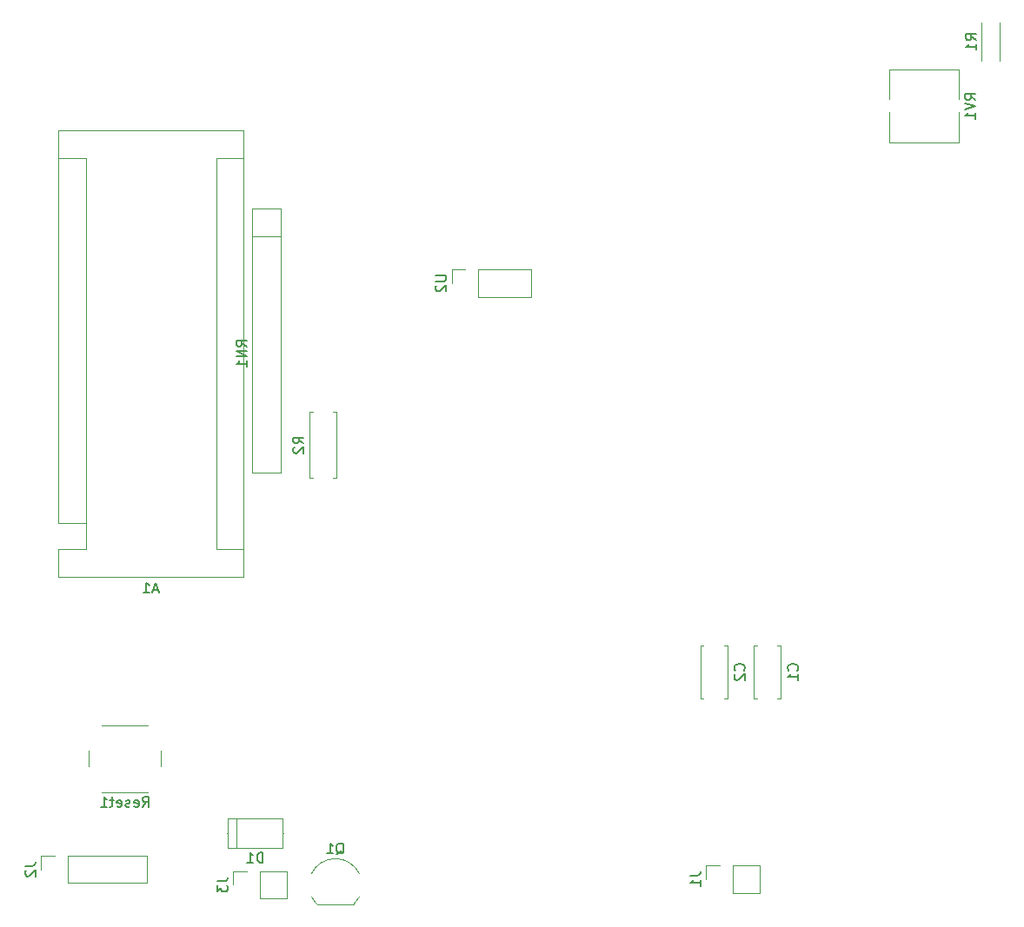
<source format=gbr>
G04 #@! TF.FileFunction,Legend,Bot*
%FSLAX46Y46*%
G04 Gerber Fmt 4.6, Leading zero omitted, Abs format (unit mm)*
G04 Created by KiCad (PCBNEW 4.0.7) date 12/06/18 02:32:05*
%MOMM*%
%LPD*%
G01*
G04 APERTURE LIST*
%ADD10C,0.100000*%
%ADD11C,0.120000*%
%ADD12C,0.150000*%
G04 APERTURE END LIST*
D10*
D11*
X37620000Y-81180000D02*
X37620000Y-83720000D01*
X37620000Y-83720000D02*
X34950000Y-83720000D01*
X34950000Y-81180000D02*
X34950000Y-42950000D01*
X34950000Y-86390000D02*
X34950000Y-83720000D01*
X50320000Y-83720000D02*
X52990000Y-83720000D01*
X50320000Y-83720000D02*
X50320000Y-45620000D01*
X50320000Y-45620000D02*
X52990000Y-45620000D01*
X37620000Y-81180000D02*
X34950000Y-81180000D01*
X37620000Y-81180000D02*
X37620000Y-45620000D01*
X37620000Y-45620000D02*
X34950000Y-45620000D01*
X34950000Y-42950000D02*
X52990000Y-42950000D01*
X52990000Y-42950000D02*
X52990000Y-86390000D01*
X52990000Y-86390000D02*
X34950000Y-86390000D01*
X124890000Y-32430000D02*
X124890000Y-36150000D01*
X126610000Y-32430000D02*
X126610000Y-36150000D01*
X39200000Y-100900000D02*
X43700000Y-100900000D01*
X37950000Y-104900000D02*
X37950000Y-103400000D01*
X43700000Y-107400000D02*
X39200000Y-107400000D01*
X44950000Y-103400000D02*
X44950000Y-104900000D01*
X53850000Y-50510000D02*
X56650000Y-50510000D01*
X56650000Y-50510000D02*
X56650000Y-76250000D01*
X56650000Y-76250000D02*
X53850000Y-76250000D01*
X53850000Y-76250000D02*
X53850000Y-50510000D01*
X53850000Y-53220000D02*
X56650000Y-53220000D01*
X122650000Y-44120000D02*
X122650000Y-41111000D01*
X122650000Y-39889000D02*
X122650000Y-37000000D01*
X115930000Y-44120000D02*
X115930000Y-41111000D01*
X115930000Y-39889000D02*
X115930000Y-37000000D01*
X122650000Y-44120000D02*
X115930000Y-44120000D01*
X122650000Y-37000000D02*
X115930000Y-37000000D01*
X81010000Y-56470000D02*
X81010000Y-59130000D01*
X75870000Y-56470000D02*
X81010000Y-56470000D01*
X75870000Y-59130000D02*
X81010000Y-59130000D01*
X75870000Y-56470000D02*
X75870000Y-59130000D01*
X74600000Y-56470000D02*
X73270000Y-56470000D01*
X73270000Y-56470000D02*
X73270000Y-57800000D01*
X105310000Y-98260000D02*
X105310000Y-93140000D01*
X102690000Y-98260000D02*
X102690000Y-93140000D01*
X105310000Y-98260000D02*
X104996000Y-98260000D01*
X103004000Y-98260000D02*
X102690000Y-98260000D01*
X105310000Y-93140000D02*
X104996000Y-93140000D01*
X103004000Y-93140000D02*
X102690000Y-93140000D01*
X100110000Y-98260000D02*
X100110000Y-93140000D01*
X97490000Y-98260000D02*
X97490000Y-93140000D01*
X100110000Y-98260000D02*
X99796000Y-98260000D01*
X97804000Y-98260000D02*
X97490000Y-98260000D01*
X100110000Y-93140000D02*
X99796000Y-93140000D01*
X97804000Y-93140000D02*
X97490000Y-93140000D01*
X51473750Y-112820750D02*
X51473750Y-110000750D01*
X51473750Y-110000750D02*
X56793750Y-110000750D01*
X56793750Y-110000750D02*
X56793750Y-112820750D01*
X56793750Y-112820750D02*
X51473750Y-112820750D01*
X51403750Y-111410750D02*
X51473750Y-111410750D01*
X56863750Y-111410750D02*
X56793750Y-111410750D01*
X52313750Y-112820750D02*
X52313750Y-110000750D01*
X57178250Y-115097250D02*
X57178250Y-117757250D01*
X54578250Y-115097250D02*
X57178250Y-115097250D01*
X54578250Y-117757250D02*
X57178250Y-117757250D01*
X54578250Y-115097250D02*
X54578250Y-117757250D01*
X53308250Y-115097250D02*
X51978250Y-115097250D01*
X51978250Y-115097250D02*
X51978250Y-116427250D01*
X59726000Y-70386500D02*
X59396000Y-70386500D01*
X59396000Y-70386500D02*
X59396000Y-76806500D01*
X59396000Y-76806500D02*
X59726000Y-76806500D01*
X61686000Y-70386500D02*
X62016000Y-70386500D01*
X62016000Y-70386500D02*
X62016000Y-76806500D01*
X62016000Y-76806500D02*
X61686000Y-76806500D01*
X63744250Y-118340750D02*
X60144250Y-118340750D01*
X64268434Y-117613545D02*
G75*
G02X63744250Y-118340750I-2324184J1122795D01*
G01*
X64300650Y-115391943D02*
G75*
G03X61944250Y-113890750I-2356400J-1098807D01*
G01*
X59587850Y-115391943D02*
G75*
G02X61944250Y-113890750I2356400J-1098807D01*
G01*
X59620066Y-117613545D02*
G75*
G03X60144250Y-118340750I2324184J1122795D01*
G01*
X43557500Y-113605000D02*
X43557500Y-116265000D01*
X35877500Y-113605000D02*
X43557500Y-113605000D01*
X35877500Y-116265000D02*
X43557500Y-116265000D01*
X35877500Y-113605000D02*
X35877500Y-116265000D01*
X34607500Y-113605000D02*
X33277500Y-113605000D01*
X33277500Y-113605000D02*
X33277500Y-114935000D01*
X100647500Y-114557500D02*
X103247500Y-114557500D01*
X103247500Y-114557500D02*
X103247500Y-117217500D01*
X103247500Y-117217500D02*
X100647500Y-117217500D01*
X100647500Y-117217500D02*
X100647500Y-114557500D01*
X99377500Y-114557500D02*
X98047500Y-114557500D01*
X98047500Y-114557500D02*
X98047500Y-115887500D01*
D12*
X44684286Y-87696667D02*
X44208095Y-87696667D01*
X44779524Y-87982381D02*
X44446191Y-86982381D01*
X44112857Y-87982381D01*
X43255714Y-87982381D02*
X43827143Y-87982381D01*
X43541429Y-87982381D02*
X43541429Y-86982381D01*
X43636667Y-87125238D01*
X43731905Y-87220476D01*
X43827143Y-87268095D01*
X124342381Y-34123334D02*
X123866190Y-33790000D01*
X124342381Y-33551905D02*
X123342381Y-33551905D01*
X123342381Y-33932858D01*
X123390000Y-34028096D01*
X123437619Y-34075715D01*
X123532857Y-34123334D01*
X123675714Y-34123334D01*
X123770952Y-34075715D01*
X123818571Y-34028096D01*
X123866190Y-33932858D01*
X123866190Y-33551905D01*
X124342381Y-35075715D02*
X124342381Y-34504286D01*
X124342381Y-34790000D02*
X123342381Y-34790000D01*
X123485238Y-34694762D01*
X123580476Y-34599524D01*
X123628095Y-34504286D01*
X43164286Y-108852381D02*
X43497620Y-108376190D01*
X43735715Y-108852381D02*
X43735715Y-107852381D01*
X43354762Y-107852381D01*
X43259524Y-107900000D01*
X43211905Y-107947619D01*
X43164286Y-108042857D01*
X43164286Y-108185714D01*
X43211905Y-108280952D01*
X43259524Y-108328571D01*
X43354762Y-108376190D01*
X43735715Y-108376190D01*
X42354762Y-108804762D02*
X42450000Y-108852381D01*
X42640477Y-108852381D01*
X42735715Y-108804762D01*
X42783334Y-108709524D01*
X42783334Y-108328571D01*
X42735715Y-108233333D01*
X42640477Y-108185714D01*
X42450000Y-108185714D01*
X42354762Y-108233333D01*
X42307143Y-108328571D01*
X42307143Y-108423810D01*
X42783334Y-108519048D01*
X41926191Y-108804762D02*
X41830953Y-108852381D01*
X41640477Y-108852381D01*
X41545238Y-108804762D01*
X41497619Y-108709524D01*
X41497619Y-108661905D01*
X41545238Y-108566667D01*
X41640477Y-108519048D01*
X41783334Y-108519048D01*
X41878572Y-108471429D01*
X41926191Y-108376190D01*
X41926191Y-108328571D01*
X41878572Y-108233333D01*
X41783334Y-108185714D01*
X41640477Y-108185714D01*
X41545238Y-108233333D01*
X40688095Y-108804762D02*
X40783333Y-108852381D01*
X40973810Y-108852381D01*
X41069048Y-108804762D01*
X41116667Y-108709524D01*
X41116667Y-108328571D01*
X41069048Y-108233333D01*
X40973810Y-108185714D01*
X40783333Y-108185714D01*
X40688095Y-108233333D01*
X40640476Y-108328571D01*
X40640476Y-108423810D01*
X41116667Y-108519048D01*
X40354762Y-108185714D02*
X39973810Y-108185714D01*
X40211905Y-107852381D02*
X40211905Y-108709524D01*
X40164286Y-108804762D01*
X40069048Y-108852381D01*
X39973810Y-108852381D01*
X39116666Y-108852381D02*
X39688095Y-108852381D01*
X39402381Y-108852381D02*
X39402381Y-107852381D01*
X39497619Y-107995238D01*
X39592857Y-108090476D01*
X39688095Y-108138095D01*
X53302381Y-63959524D02*
X52826190Y-63626190D01*
X53302381Y-63388095D02*
X52302381Y-63388095D01*
X52302381Y-63769048D01*
X52350000Y-63864286D01*
X52397619Y-63911905D01*
X52492857Y-63959524D01*
X52635714Y-63959524D01*
X52730952Y-63911905D01*
X52778571Y-63864286D01*
X52826190Y-63769048D01*
X52826190Y-63388095D01*
X53302381Y-64388095D02*
X52302381Y-64388095D01*
X53302381Y-64959524D01*
X52302381Y-64959524D01*
X53302381Y-65959524D02*
X53302381Y-65388095D01*
X53302381Y-65673809D02*
X52302381Y-65673809D01*
X52445238Y-65578571D01*
X52540476Y-65483333D01*
X52588095Y-65388095D01*
X124292381Y-39964762D02*
X123816190Y-39631428D01*
X124292381Y-39393333D02*
X123292381Y-39393333D01*
X123292381Y-39774286D01*
X123340000Y-39869524D01*
X123387619Y-39917143D01*
X123482857Y-39964762D01*
X123625714Y-39964762D01*
X123720952Y-39917143D01*
X123768571Y-39869524D01*
X123816190Y-39774286D01*
X123816190Y-39393333D01*
X123292381Y-40250476D02*
X124292381Y-40583809D01*
X123292381Y-40917143D01*
X124292381Y-41774286D02*
X124292381Y-41202857D01*
X124292381Y-41488571D02*
X123292381Y-41488571D01*
X123435238Y-41393333D01*
X123530476Y-41298095D01*
X123578095Y-41202857D01*
X71722381Y-57038095D02*
X72531905Y-57038095D01*
X72627143Y-57085714D01*
X72674762Y-57133333D01*
X72722381Y-57228571D01*
X72722381Y-57419048D01*
X72674762Y-57514286D01*
X72627143Y-57561905D01*
X72531905Y-57609524D01*
X71722381Y-57609524D01*
X71817619Y-58038095D02*
X71770000Y-58085714D01*
X71722381Y-58180952D01*
X71722381Y-58419048D01*
X71770000Y-58514286D01*
X71817619Y-58561905D01*
X71912857Y-58609524D01*
X72008095Y-58609524D01*
X72150952Y-58561905D01*
X72722381Y-57990476D01*
X72722381Y-58609524D01*
X106917143Y-95533334D02*
X106964762Y-95485715D01*
X107012381Y-95342858D01*
X107012381Y-95247620D01*
X106964762Y-95104762D01*
X106869524Y-95009524D01*
X106774286Y-94961905D01*
X106583810Y-94914286D01*
X106440952Y-94914286D01*
X106250476Y-94961905D01*
X106155238Y-95009524D01*
X106060000Y-95104762D01*
X106012381Y-95247620D01*
X106012381Y-95342858D01*
X106060000Y-95485715D01*
X106107619Y-95533334D01*
X107012381Y-96485715D02*
X107012381Y-95914286D01*
X107012381Y-96200000D02*
X106012381Y-96200000D01*
X106155238Y-96104762D01*
X106250476Y-96009524D01*
X106298095Y-95914286D01*
X101717143Y-95533334D02*
X101764762Y-95485715D01*
X101812381Y-95342858D01*
X101812381Y-95247620D01*
X101764762Y-95104762D01*
X101669524Y-95009524D01*
X101574286Y-94961905D01*
X101383810Y-94914286D01*
X101240952Y-94914286D01*
X101050476Y-94961905D01*
X100955238Y-95009524D01*
X100860000Y-95104762D01*
X100812381Y-95247620D01*
X100812381Y-95342858D01*
X100860000Y-95485715D01*
X100907619Y-95533334D01*
X100907619Y-95914286D02*
X100860000Y-95961905D01*
X100812381Y-96057143D01*
X100812381Y-96295239D01*
X100860000Y-96390477D01*
X100907619Y-96438096D01*
X101002857Y-96485715D01*
X101098095Y-96485715D01*
X101240952Y-96438096D01*
X101812381Y-95866667D01*
X101812381Y-96485715D01*
X54871845Y-114273131D02*
X54871845Y-113273131D01*
X54633750Y-113273131D01*
X54490892Y-113320750D01*
X54395654Y-113415988D01*
X54348035Y-113511226D01*
X54300416Y-113701702D01*
X54300416Y-113844560D01*
X54348035Y-114035036D01*
X54395654Y-114130274D01*
X54490892Y-114225512D01*
X54633750Y-114273131D01*
X54871845Y-114273131D01*
X53348035Y-114273131D02*
X53919464Y-114273131D01*
X53633750Y-114273131D02*
X53633750Y-113273131D01*
X53728988Y-113415988D01*
X53824226Y-113511226D01*
X53919464Y-113558845D01*
X50430631Y-116093917D02*
X51144917Y-116093917D01*
X51287774Y-116046297D01*
X51383012Y-115951059D01*
X51430631Y-115808202D01*
X51430631Y-115712964D01*
X50430631Y-116474869D02*
X50430631Y-117093917D01*
X50811583Y-116760583D01*
X50811583Y-116903441D01*
X50859202Y-116998679D01*
X50906821Y-117046298D01*
X51002060Y-117093917D01*
X51240155Y-117093917D01*
X51335393Y-117046298D01*
X51383012Y-116998679D01*
X51430631Y-116903441D01*
X51430631Y-116617726D01*
X51383012Y-116522488D01*
X51335393Y-116474869D01*
X58848381Y-73429834D02*
X58372190Y-73096500D01*
X58848381Y-72858405D02*
X57848381Y-72858405D01*
X57848381Y-73239358D01*
X57896000Y-73334596D01*
X57943619Y-73382215D01*
X58038857Y-73429834D01*
X58181714Y-73429834D01*
X58276952Y-73382215D01*
X58324571Y-73334596D01*
X58372190Y-73239358D01*
X58372190Y-72858405D01*
X57943619Y-73810786D02*
X57896000Y-73858405D01*
X57848381Y-73953643D01*
X57848381Y-74191739D01*
X57896000Y-74286977D01*
X57943619Y-74334596D01*
X58038857Y-74382215D01*
X58134095Y-74382215D01*
X58276952Y-74334596D01*
X58848381Y-73763167D01*
X58848381Y-74382215D01*
X62039488Y-113478369D02*
X62134726Y-113430750D01*
X62229964Y-113335512D01*
X62372821Y-113192655D01*
X62468060Y-113145036D01*
X62563298Y-113145036D01*
X62515679Y-113383131D02*
X62610917Y-113335512D01*
X62706155Y-113240274D01*
X62753774Y-113049798D01*
X62753774Y-112716464D01*
X62706155Y-112525988D01*
X62610917Y-112430750D01*
X62515679Y-112383131D01*
X62325202Y-112383131D01*
X62229964Y-112430750D01*
X62134726Y-112525988D01*
X62087107Y-112716464D01*
X62087107Y-113049798D01*
X62134726Y-113240274D01*
X62229964Y-113335512D01*
X62325202Y-113383131D01*
X62515679Y-113383131D01*
X61134726Y-113383131D02*
X61706155Y-113383131D01*
X61420441Y-113383131D02*
X61420441Y-112383131D01*
X61515679Y-112525988D01*
X61610917Y-112621226D01*
X61706155Y-112668845D01*
X31729881Y-114601667D02*
X32444167Y-114601667D01*
X32587024Y-114554047D01*
X32682262Y-114458809D01*
X32729881Y-114315952D01*
X32729881Y-114220714D01*
X31825119Y-115030238D02*
X31777500Y-115077857D01*
X31729881Y-115173095D01*
X31729881Y-115411191D01*
X31777500Y-115506429D01*
X31825119Y-115554048D01*
X31920357Y-115601667D01*
X32015595Y-115601667D01*
X32158452Y-115554048D01*
X32729881Y-114982619D01*
X32729881Y-115601667D01*
X96499881Y-115554167D02*
X97214167Y-115554167D01*
X97357024Y-115506547D01*
X97452262Y-115411309D01*
X97499881Y-115268452D01*
X97499881Y-115173214D01*
X97499881Y-116554167D02*
X97499881Y-115982738D01*
X97499881Y-116268452D02*
X96499881Y-116268452D01*
X96642738Y-116173214D01*
X96737976Y-116077976D01*
X96785595Y-115982738D01*
M02*

</source>
